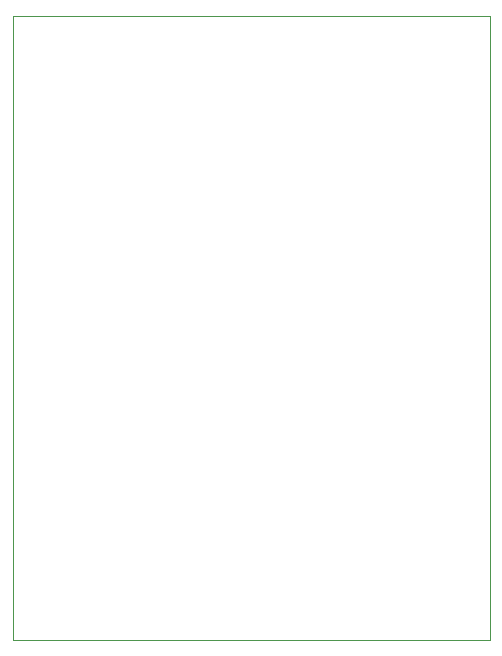
<source format=gbr>
%TF.GenerationSoftware,KiCad,Pcbnew,9.0.6+1*%
%TF.CreationDate,2025-12-07T02:18:26+01:00*%
%TF.ProjectId,EEPROM_Arduino_Programmer,45455052-4f4d-45f4-9172-6475696e6f5f,rev?*%
%TF.SameCoordinates,Original*%
%TF.FileFunction,Profile,NP*%
%FSLAX46Y46*%
G04 Gerber Fmt 4.6, Leading zero omitted, Abs format (unit mm)*
G04 Created by KiCad (PCBNEW 9.0.6+1) date 2025-12-07 02:18:26*
%MOMM*%
%LPD*%
G01*
G04 APERTURE LIST*
%TA.AperFunction,Profile*%
%ADD10C,0.100000*%
%TD*%
G04 APERTURE END LIST*
D10*
X146812000Y-58801000D02*
X187198000Y-58801000D01*
X187198000Y-111633000D01*
X146812000Y-111633000D01*
X146812000Y-58801000D01*
M02*

</source>
